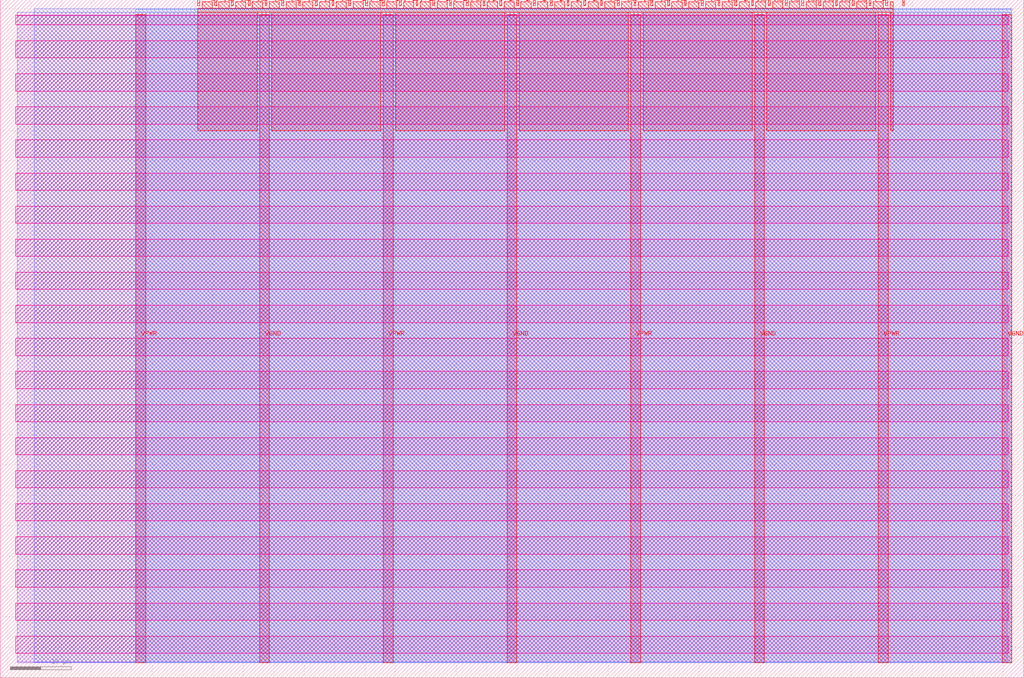
<source format=lef>
VERSION 5.7 ;
  NOWIREEXTENSIONATPIN ON ;
  DIVIDERCHAR "/" ;
  BUSBITCHARS "[]" ;
MACRO tt_um_multiplexed_clock_dup
  CLASS BLOCK ;
  FOREIGN tt_um_multiplexed_clock_dup ;
  ORIGIN 0.000 0.000 ;
  SIZE 168.360 BY 111.520 ;
  PIN VGND
    DIRECTION INOUT ;
    USE GROUND ;
    PORT
      LAYER met4 ;
        RECT 42.670 2.480 44.270 109.040 ;
    END
    PORT
      LAYER met4 ;
        RECT 83.380 2.480 84.980 109.040 ;
    END
    PORT
      LAYER met4 ;
        RECT 124.090 2.480 125.690 109.040 ;
    END
    PORT
      LAYER met4 ;
        RECT 164.800 2.480 166.400 109.040 ;
    END
  END VGND
  PIN VPWR
    DIRECTION INOUT ;
    USE POWER ;
    PORT
      LAYER met4 ;
        RECT 22.315 2.480 23.915 109.040 ;
    END
    PORT
      LAYER met4 ;
        RECT 63.025 2.480 64.625 109.040 ;
    END
    PORT
      LAYER met4 ;
        RECT 103.735 2.480 105.335 109.040 ;
    END
    PORT
      LAYER met4 ;
        RECT 144.445 2.480 146.045 109.040 ;
    END
  END VPWR
  PIN clk
    DIRECTION INPUT ;
    USE SIGNAL ;
    ANTENNAGATEAREA 0.852000 ;
    PORT
      LAYER met4 ;
        RECT 145.670 110.520 145.970 111.520 ;
    END
  END clk
  PIN ena
    DIRECTION INPUT ;
    USE SIGNAL ;
    PORT
      LAYER met4 ;
        RECT 148.430 110.520 148.730 111.520 ;
    END
  END ena
  PIN rst_n
    DIRECTION INPUT ;
    USE SIGNAL ;
    ANTENNAGATEAREA 0.213000 ;
    PORT
      LAYER met4 ;
        RECT 142.910 110.520 143.210 111.520 ;
    END
  END rst_n
  PIN ui_in[0]
    DIRECTION INPUT ;
    USE SIGNAL ;
    ANTENNAGATEAREA 0.196500 ;
    PORT
      LAYER met4 ;
        RECT 140.150 110.520 140.450 111.520 ;
    END
  END ui_in[0]
  PIN ui_in[1]
    DIRECTION INPUT ;
    USE SIGNAL ;
    ANTENNAGATEAREA 0.196500 ;
    PORT
      LAYER met4 ;
        RECT 137.390 110.520 137.690 111.520 ;
    END
  END ui_in[1]
  PIN ui_in[2]
    DIRECTION INPUT ;
    USE SIGNAL ;
    ANTENNAGATEAREA 0.426000 ;
    PORT
      LAYER met4 ;
        RECT 134.630 110.520 134.930 111.520 ;
    END
  END ui_in[2]
  PIN ui_in[3]
    DIRECTION INPUT ;
    USE SIGNAL ;
    ANTENNAGATEAREA 0.196500 ;
    PORT
      LAYER met4 ;
        RECT 131.870 110.520 132.170 111.520 ;
    END
  END ui_in[3]
  PIN ui_in[4]
    DIRECTION INPUT ;
    USE SIGNAL ;
    PORT
      LAYER met4 ;
        RECT 129.110 110.520 129.410 111.520 ;
    END
  END ui_in[4]
  PIN ui_in[5]
    DIRECTION INPUT ;
    USE SIGNAL ;
    PORT
      LAYER met4 ;
        RECT 126.350 110.520 126.650 111.520 ;
    END
  END ui_in[5]
  PIN ui_in[6]
    DIRECTION INPUT ;
    USE SIGNAL ;
    PORT
      LAYER met4 ;
        RECT 123.590 110.520 123.890 111.520 ;
    END
  END ui_in[6]
  PIN ui_in[7]
    DIRECTION INPUT ;
    USE SIGNAL ;
    PORT
      LAYER met4 ;
        RECT 120.830 110.520 121.130 111.520 ;
    END
  END ui_in[7]
  PIN uio_in[0]
    DIRECTION INPUT ;
    USE SIGNAL ;
    PORT
      LAYER met4 ;
        RECT 118.070 110.520 118.370 111.520 ;
    END
  END uio_in[0]
  PIN uio_in[1]
    DIRECTION INPUT ;
    USE SIGNAL ;
    PORT
      LAYER met4 ;
        RECT 115.310 110.520 115.610 111.520 ;
    END
  END uio_in[1]
  PIN uio_in[2]
    DIRECTION INPUT ;
    USE SIGNAL ;
    PORT
      LAYER met4 ;
        RECT 112.550 110.520 112.850 111.520 ;
    END
  END uio_in[2]
  PIN uio_in[3]
    DIRECTION INPUT ;
    USE SIGNAL ;
    PORT
      LAYER met4 ;
        RECT 109.790 110.520 110.090 111.520 ;
    END
  END uio_in[3]
  PIN uio_in[4]
    DIRECTION INPUT ;
    USE SIGNAL ;
    PORT
      LAYER met4 ;
        RECT 107.030 110.520 107.330 111.520 ;
    END
  END uio_in[4]
  PIN uio_in[5]
    DIRECTION INPUT ;
    USE SIGNAL ;
    PORT
      LAYER met4 ;
        RECT 104.270 110.520 104.570 111.520 ;
    END
  END uio_in[5]
  PIN uio_in[6]
    DIRECTION INPUT ;
    USE SIGNAL ;
    PORT
      LAYER met4 ;
        RECT 101.510 110.520 101.810 111.520 ;
    END
  END uio_in[6]
  PIN uio_in[7]
    DIRECTION INPUT ;
    USE SIGNAL ;
    PORT
      LAYER met4 ;
        RECT 98.750 110.520 99.050 111.520 ;
    END
  END uio_in[7]
  PIN uio_oe[0]
    DIRECTION OUTPUT TRISTATE ;
    USE SIGNAL ;
    PORT
      LAYER met4 ;
        RECT 51.830 110.520 52.130 111.520 ;
    END
  END uio_oe[0]
  PIN uio_oe[1]
    DIRECTION OUTPUT TRISTATE ;
    USE SIGNAL ;
    PORT
      LAYER met4 ;
        RECT 49.070 110.520 49.370 111.520 ;
    END
  END uio_oe[1]
  PIN uio_oe[2]
    DIRECTION OUTPUT TRISTATE ;
    USE SIGNAL ;
    PORT
      LAYER met4 ;
        RECT 46.310 110.520 46.610 111.520 ;
    END
  END uio_oe[2]
  PIN uio_oe[3]
    DIRECTION OUTPUT TRISTATE ;
    USE SIGNAL ;
    PORT
      LAYER met4 ;
        RECT 43.550 110.520 43.850 111.520 ;
    END
  END uio_oe[3]
  PIN uio_oe[4]
    DIRECTION OUTPUT TRISTATE ;
    USE SIGNAL ;
    PORT
      LAYER met4 ;
        RECT 40.790 110.520 41.090 111.520 ;
    END
  END uio_oe[4]
  PIN uio_oe[5]
    DIRECTION OUTPUT TRISTATE ;
    USE SIGNAL ;
    PORT
      LAYER met4 ;
        RECT 38.030 110.520 38.330 111.520 ;
    END
  END uio_oe[5]
  PIN uio_oe[6]
    DIRECTION OUTPUT TRISTATE ;
    USE SIGNAL ;
    PORT
      LAYER met4 ;
        RECT 35.270 110.520 35.570 111.520 ;
    END
  END uio_oe[6]
  PIN uio_oe[7]
    DIRECTION OUTPUT TRISTATE ;
    USE SIGNAL ;
    PORT
      LAYER met4 ;
        RECT 32.510 110.520 32.810 111.520 ;
    END
  END uio_oe[7]
  PIN uio_out[0]
    DIRECTION OUTPUT TRISTATE ;
    USE SIGNAL ;
    ANTENNADIFFAREA 1.524450 ;
    PORT
      LAYER met4 ;
        RECT 73.910 110.520 74.210 111.520 ;
    END
  END uio_out[0]
  PIN uio_out[1]
    DIRECTION OUTPUT TRISTATE ;
    USE SIGNAL ;
    ANTENNADIFFAREA 1.524450 ;
    PORT
      LAYER met4 ;
        RECT 71.150 110.520 71.450 111.520 ;
    END
  END uio_out[1]
  PIN uio_out[2]
    DIRECTION OUTPUT TRISTATE ;
    USE SIGNAL ;
    ANTENNADIFFAREA 1.524450 ;
    PORT
      LAYER met4 ;
        RECT 68.390 110.520 68.690 111.520 ;
    END
  END uio_out[2]
  PIN uio_out[3]
    DIRECTION OUTPUT TRISTATE ;
    USE SIGNAL ;
    ANTENNADIFFAREA 1.524450 ;
    PORT
      LAYER met4 ;
        RECT 65.630 110.520 65.930 111.520 ;
    END
  END uio_out[3]
  PIN uio_out[4]
    DIRECTION OUTPUT TRISTATE ;
    USE SIGNAL ;
    ANTENNADIFFAREA 0.795200 ;
    PORT
      LAYER met4 ;
        RECT 62.870 110.520 63.170 111.520 ;
    END
  END uio_out[4]
  PIN uio_out[5]
    DIRECTION OUTPUT TRISTATE ;
    USE SIGNAL ;
    ANTENNADIFFAREA 0.445500 ;
    PORT
      LAYER met4 ;
        RECT 60.110 110.520 60.410 111.520 ;
    END
  END uio_out[5]
  PIN uio_out[6]
    DIRECTION OUTPUT TRISTATE ;
    USE SIGNAL ;
    PORT
      LAYER met4 ;
        RECT 57.350 110.520 57.650 111.520 ;
    END
  END uio_out[6]
  PIN uio_out[7]
    DIRECTION OUTPUT TRISTATE ;
    USE SIGNAL ;
    PORT
      LAYER met4 ;
        RECT 54.590 110.520 54.890 111.520 ;
    END
  END uio_out[7]
  PIN uo_out[0]
    DIRECTION OUTPUT TRISTATE ;
    USE SIGNAL ;
    ANTENNADIFFAREA 1.721000 ;
    PORT
      LAYER met4 ;
        RECT 95.990 110.520 96.290 111.520 ;
    END
  END uo_out[0]
  PIN uo_out[1]
    DIRECTION OUTPUT TRISTATE ;
    USE SIGNAL ;
    ANTENNADIFFAREA 1.721000 ;
    PORT
      LAYER met4 ;
        RECT 93.230 110.520 93.530 111.520 ;
    END
  END uo_out[1]
  PIN uo_out[2]
    DIRECTION OUTPUT TRISTATE ;
    USE SIGNAL ;
    ANTENNADIFFAREA 1.721000 ;
    PORT
      LAYER met4 ;
        RECT 90.470 110.520 90.770 111.520 ;
    END
  END uo_out[2]
  PIN uo_out[3]
    DIRECTION OUTPUT TRISTATE ;
    USE SIGNAL ;
    ANTENNADIFFAREA 1.721000 ;
    PORT
      LAYER met4 ;
        RECT 87.710 110.520 88.010 111.520 ;
    END
  END uo_out[3]
  PIN uo_out[4]
    DIRECTION OUTPUT TRISTATE ;
    USE SIGNAL ;
    ANTENNADIFFAREA 1.721000 ;
    PORT
      LAYER met4 ;
        RECT 84.950 110.520 85.250 111.520 ;
    END
  END uo_out[4]
  PIN uo_out[5]
    DIRECTION OUTPUT TRISTATE ;
    USE SIGNAL ;
    ANTENNADIFFAREA 1.721000 ;
    PORT
      LAYER met4 ;
        RECT 82.190 110.520 82.490 111.520 ;
    END
  END uo_out[5]
  PIN uo_out[6]
    DIRECTION OUTPUT TRISTATE ;
    USE SIGNAL ;
    ANTENNADIFFAREA 1.721000 ;
    PORT
      LAYER met4 ;
        RECT 79.430 110.520 79.730 111.520 ;
    END
  END uo_out[6]
  PIN uo_out[7]
    DIRECTION OUTPUT TRISTATE ;
    USE SIGNAL ;
    ANTENNADIFFAREA 1.721000 ;
    PORT
      LAYER met4 ;
        RECT 76.670 110.520 76.970 111.520 ;
    END
  END uo_out[7]
  OBS
      LAYER nwell ;
        RECT 2.570 107.385 165.790 108.990 ;
        RECT 2.570 101.945 165.790 104.775 ;
        RECT 2.570 96.505 165.790 99.335 ;
        RECT 2.570 91.065 165.790 93.895 ;
        RECT 2.570 85.625 165.790 88.455 ;
        RECT 2.570 80.185 165.790 83.015 ;
        RECT 2.570 74.745 165.790 77.575 ;
        RECT 2.570 69.305 165.790 72.135 ;
        RECT 2.570 63.865 165.790 66.695 ;
        RECT 2.570 58.425 165.790 61.255 ;
        RECT 2.570 52.985 165.790 55.815 ;
        RECT 2.570 47.545 165.790 50.375 ;
        RECT 2.570 42.105 165.790 44.935 ;
        RECT 2.570 36.665 165.790 39.495 ;
        RECT 2.570 31.225 165.790 34.055 ;
        RECT 2.570 25.785 165.790 28.615 ;
        RECT 2.570 20.345 165.790 23.175 ;
        RECT 2.570 14.905 165.790 17.735 ;
        RECT 2.570 9.465 165.790 12.295 ;
        RECT 2.570 4.025 165.790 6.855 ;
      LAYER li1 ;
        RECT 2.760 2.635 165.600 108.885 ;
      LAYER met1 ;
        RECT 2.760 2.480 166.400 109.440 ;
      LAYER met2 ;
        RECT 5.620 2.535 166.370 110.005 ;
      LAYER met3 ;
        RECT 22.325 2.555 166.390 109.985 ;
      LAYER met4 ;
        RECT 33.210 110.120 34.870 111.170 ;
        RECT 35.970 110.120 37.630 111.170 ;
        RECT 38.730 110.120 40.390 111.170 ;
        RECT 41.490 110.120 43.150 111.170 ;
        RECT 44.250 110.120 45.910 111.170 ;
        RECT 47.010 110.120 48.670 111.170 ;
        RECT 49.770 110.120 51.430 111.170 ;
        RECT 52.530 110.120 54.190 111.170 ;
        RECT 55.290 110.120 56.950 111.170 ;
        RECT 58.050 110.120 59.710 111.170 ;
        RECT 60.810 110.120 62.470 111.170 ;
        RECT 63.570 110.120 65.230 111.170 ;
        RECT 66.330 110.120 67.990 111.170 ;
        RECT 69.090 110.120 70.750 111.170 ;
        RECT 71.850 110.120 73.510 111.170 ;
        RECT 74.610 110.120 76.270 111.170 ;
        RECT 77.370 110.120 79.030 111.170 ;
        RECT 80.130 110.120 81.790 111.170 ;
        RECT 82.890 110.120 84.550 111.170 ;
        RECT 85.650 110.120 87.310 111.170 ;
        RECT 88.410 110.120 90.070 111.170 ;
        RECT 91.170 110.120 92.830 111.170 ;
        RECT 93.930 110.120 95.590 111.170 ;
        RECT 96.690 110.120 98.350 111.170 ;
        RECT 99.450 110.120 101.110 111.170 ;
        RECT 102.210 110.120 103.870 111.170 ;
        RECT 104.970 110.120 106.630 111.170 ;
        RECT 107.730 110.120 109.390 111.170 ;
        RECT 110.490 110.120 112.150 111.170 ;
        RECT 113.250 110.120 114.910 111.170 ;
        RECT 116.010 110.120 117.670 111.170 ;
        RECT 118.770 110.120 120.430 111.170 ;
        RECT 121.530 110.120 123.190 111.170 ;
        RECT 124.290 110.120 125.950 111.170 ;
        RECT 127.050 110.120 128.710 111.170 ;
        RECT 129.810 110.120 131.470 111.170 ;
        RECT 132.570 110.120 134.230 111.170 ;
        RECT 135.330 110.120 136.990 111.170 ;
        RECT 138.090 110.120 139.750 111.170 ;
        RECT 140.850 110.120 142.510 111.170 ;
        RECT 143.610 110.120 145.270 111.170 ;
        RECT 146.370 110.120 146.905 111.170 ;
        RECT 32.495 109.440 146.905 110.120 ;
        RECT 32.495 89.935 42.270 109.440 ;
        RECT 44.670 89.935 62.625 109.440 ;
        RECT 65.025 89.935 82.980 109.440 ;
        RECT 85.380 89.935 103.335 109.440 ;
        RECT 105.735 89.935 123.690 109.440 ;
        RECT 126.090 89.935 144.045 109.440 ;
        RECT 146.445 89.935 146.905 109.440 ;
  END
END tt_um_multiplexed_clock_dup
END LIBRARY


</source>
